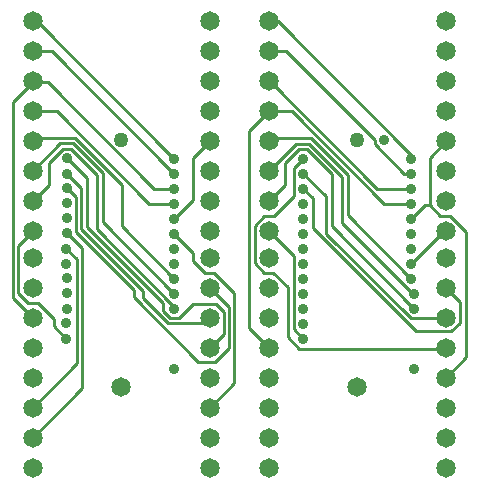
<source format=gbr>
G04 (created by PCBNEW (2013-mar-13)-testing) date Tue 20 Aug 2013 10:34:20 AM PDT*
%MOIN*%
G04 Gerber Fmt 3.4, Leading zero omitted, Abs format*
%FSLAX34Y34*%
G01*
G70*
G90*
G04 APERTURE LIST*
%ADD10C,0.005906*%
%ADD11C,0.065000*%
%ADD12C,0.050000*%
%ADD13C,0.035000*%
%ADD14C,0.010000*%
G04 APERTURE END LIST*
G54D10*
G54D11*
X20669Y-20122D03*
X20669Y-21122D03*
X20669Y-22122D03*
X20669Y-23122D03*
X20669Y-24122D03*
X20669Y-25122D03*
X20669Y-26122D03*
X20669Y-27122D03*
X26574Y-27122D03*
X26574Y-26122D03*
X26574Y-25122D03*
X26574Y-24122D03*
X26574Y-23122D03*
X26574Y-22122D03*
X26574Y-21122D03*
X26574Y-20122D03*
X20669Y-27996D03*
X20669Y-28996D03*
X20669Y-29996D03*
X20669Y-30996D03*
X20669Y-31996D03*
X20669Y-32996D03*
X20669Y-33996D03*
X20669Y-34996D03*
X26574Y-34996D03*
X26574Y-33996D03*
X26574Y-32996D03*
X26574Y-31996D03*
X26574Y-30996D03*
X26574Y-29996D03*
X26574Y-28996D03*
X26574Y-27996D03*
X28543Y-20122D03*
X28543Y-21122D03*
X28543Y-22122D03*
X28543Y-23122D03*
X28543Y-24122D03*
X28543Y-25122D03*
X28543Y-26122D03*
X28543Y-27122D03*
X34448Y-27122D03*
X34448Y-26122D03*
X34448Y-25122D03*
X34448Y-24122D03*
X34448Y-23122D03*
X34448Y-22122D03*
X34448Y-21122D03*
X34448Y-20122D03*
X28543Y-27996D03*
X28543Y-28996D03*
X28543Y-29996D03*
X28543Y-30996D03*
X28543Y-31996D03*
X28543Y-32996D03*
X28543Y-33996D03*
X28543Y-34996D03*
X34448Y-34996D03*
X34448Y-33996D03*
X34448Y-32996D03*
X34448Y-31996D03*
X34448Y-30996D03*
X34448Y-29996D03*
X34448Y-28996D03*
X34448Y-27996D03*
G54D12*
X23622Y-24068D03*
G54D11*
X23622Y-32308D03*
G54D12*
X31496Y-24068D03*
G54D11*
X31496Y-32308D03*
G54D13*
X25400Y-28700D03*
X21800Y-27700D03*
X21811Y-27165D03*
X21811Y-26692D03*
X21811Y-26181D03*
X21811Y-25669D03*
X21811Y-25196D03*
X21811Y-24685D03*
X25400Y-29200D03*
X25400Y-29700D03*
X21800Y-30700D03*
X21800Y-30180D03*
X21820Y-29700D03*
X21820Y-29180D03*
X21820Y-28680D03*
X21800Y-28200D03*
X33300Y-28700D03*
X29700Y-27700D03*
X29700Y-27200D03*
X29700Y-26700D03*
X29700Y-26200D03*
X32373Y-24080D03*
X29700Y-25700D03*
X29700Y-25200D03*
X29700Y-24700D03*
X33400Y-29200D03*
X33400Y-29700D03*
X29700Y-30700D03*
X29700Y-30200D03*
X29700Y-29700D03*
X29700Y-29200D03*
X29700Y-28700D03*
X29700Y-28200D03*
X25400Y-24700D03*
X25400Y-25200D03*
X25400Y-25700D03*
X25400Y-26200D03*
X25400Y-26700D03*
X25400Y-27200D03*
X25400Y-27700D03*
X25400Y-28200D03*
X33300Y-24700D03*
X33300Y-25200D03*
X33300Y-25700D03*
X33300Y-26200D03*
X33300Y-26700D03*
X33300Y-27200D03*
X33300Y-27700D03*
X33300Y-28200D03*
X25400Y-31700D03*
X33400Y-31700D03*
G54D14*
X20794Y-23997D02*
X20669Y-24122D01*
X22088Y-23997D02*
X20794Y-23997D01*
X23658Y-25567D02*
X22088Y-23997D01*
X23658Y-26958D02*
X23658Y-25567D01*
X25400Y-28700D02*
X23658Y-26958D01*
X22145Y-31520D02*
X20669Y-32996D01*
X22145Y-28045D02*
X22145Y-31520D01*
X21800Y-27700D02*
X22145Y-28045D01*
X22325Y-27679D02*
X21811Y-27165D01*
X22325Y-32339D02*
X22325Y-27679D01*
X20669Y-33996D02*
X22325Y-32339D01*
X27214Y-29635D02*
X26574Y-28996D01*
X27214Y-31003D02*
X27214Y-29635D01*
X26757Y-31461D02*
X27214Y-31003D01*
X26192Y-31461D02*
X26757Y-31461D01*
X24050Y-29318D02*
X26192Y-31461D01*
X24050Y-29064D02*
X24050Y-29318D01*
X22116Y-27130D02*
X24050Y-29064D01*
X22116Y-25974D02*
X22116Y-27130D01*
X21811Y-25669D02*
X22116Y-25974D01*
X26381Y-30189D02*
X26574Y-29996D01*
X25175Y-30189D02*
X26381Y-30189D01*
X24335Y-29349D02*
X25175Y-30189D01*
X24335Y-29094D02*
X24335Y-29349D01*
X22296Y-27055D02*
X24335Y-29094D01*
X22296Y-25682D02*
X22296Y-27055D01*
X21811Y-25196D02*
X22296Y-25682D01*
X27034Y-30536D02*
X26574Y-30996D01*
X27034Y-29796D02*
X27034Y-30536D01*
X26775Y-29538D02*
X27034Y-29796D01*
X26006Y-29538D02*
X26775Y-29538D01*
X25540Y-30005D02*
X26006Y-29538D01*
X25246Y-30005D02*
X25540Y-30005D01*
X25007Y-29766D02*
X25246Y-30005D01*
X25007Y-29511D02*
X25007Y-29766D01*
X22476Y-26980D02*
X25007Y-29511D01*
X22476Y-25350D02*
X22476Y-26980D01*
X21811Y-24685D02*
X22476Y-25350D01*
X21599Y-24191D02*
X20669Y-25122D01*
X22027Y-24191D02*
X21599Y-24191D01*
X23016Y-25180D02*
X22027Y-24191D01*
X23016Y-26816D02*
X23016Y-25180D01*
X25400Y-29200D02*
X23016Y-26816D01*
X21214Y-25577D02*
X20669Y-26122D01*
X21214Y-24831D02*
X21214Y-25577D01*
X21670Y-24375D02*
X21214Y-24831D01*
X21944Y-24375D02*
X21670Y-24375D01*
X22809Y-25239D02*
X21944Y-24375D01*
X22809Y-27058D02*
X22809Y-25239D01*
X25400Y-29649D02*
X22809Y-27058D01*
X25400Y-29700D02*
X25400Y-29649D01*
X20194Y-27596D02*
X20669Y-27122D01*
X20194Y-29168D02*
X20194Y-27596D01*
X20522Y-29496D02*
X20194Y-29168D01*
X20843Y-29496D02*
X20522Y-29496D01*
X21387Y-30040D02*
X20843Y-29496D01*
X21387Y-30287D02*
X21387Y-30040D01*
X21800Y-30700D02*
X21387Y-30287D01*
X28644Y-24021D02*
X28543Y-24122D01*
X29964Y-24021D02*
X28644Y-24021D01*
X31175Y-25232D02*
X29964Y-24021D01*
X31175Y-26575D02*
X31175Y-25232D01*
X33300Y-28700D02*
X31175Y-26575D01*
X34920Y-29467D02*
X34448Y-28996D01*
X34920Y-30169D02*
X34920Y-29467D01*
X34630Y-30459D02*
X34920Y-30169D01*
X33457Y-30459D02*
X34630Y-30459D01*
X30005Y-27007D02*
X33457Y-30459D01*
X30005Y-26005D02*
X30005Y-27007D01*
X29700Y-25700D02*
X30005Y-26005D01*
X34427Y-30017D02*
X34448Y-29996D01*
X33270Y-30017D02*
X34427Y-30017D01*
X30455Y-27202D02*
X33270Y-30017D01*
X30455Y-25955D02*
X30455Y-27202D01*
X29700Y-25200D02*
X30455Y-25955D01*
X34415Y-31029D02*
X34448Y-30996D01*
X29565Y-31029D02*
X34415Y-31029D01*
X29177Y-30641D02*
X29565Y-31029D01*
X29177Y-28978D02*
X29177Y-30641D01*
X28695Y-28496D02*
X29177Y-28978D01*
X28392Y-28496D02*
X28695Y-28496D01*
X28078Y-28182D02*
X28392Y-28496D01*
X28078Y-26941D02*
X28078Y-28182D01*
X28398Y-26622D02*
X28078Y-26941D01*
X28703Y-26622D02*
X28398Y-26622D01*
X29394Y-25930D02*
X28703Y-26622D01*
X29394Y-25005D02*
X29394Y-25930D01*
X29700Y-24700D02*
X29394Y-25005D01*
X29464Y-24201D02*
X28543Y-25122D01*
X29889Y-24201D02*
X29464Y-24201D01*
X30995Y-25307D02*
X29889Y-24201D01*
X30995Y-26830D02*
X30995Y-25307D01*
X33364Y-29200D02*
X30995Y-26830D01*
X33400Y-29200D02*
X33364Y-29200D01*
X30651Y-26951D02*
X33400Y-29700D01*
X30651Y-25218D02*
X30651Y-26951D01*
X29824Y-24391D02*
X30651Y-25218D01*
X29552Y-24391D02*
X29824Y-24391D01*
X29088Y-24856D02*
X29552Y-24391D01*
X29088Y-25577D02*
X29088Y-24856D01*
X28543Y-26122D02*
X29088Y-25577D01*
X29378Y-30378D02*
X29700Y-30700D01*
X29378Y-27957D02*
X29378Y-30378D01*
X28543Y-27122D02*
X29378Y-27957D01*
X20822Y-20122D02*
X20669Y-20122D01*
X25400Y-24700D02*
X20822Y-20122D01*
X21322Y-21122D02*
X20669Y-21122D01*
X25400Y-25200D02*
X21322Y-21122D01*
X20669Y-22159D02*
X20669Y-22122D01*
X21174Y-22159D02*
X20669Y-22159D01*
X24715Y-25700D02*
X21174Y-22159D01*
X25400Y-25700D02*
X24715Y-25700D01*
X20014Y-29341D02*
X20669Y-29996D01*
X20014Y-22813D02*
X20014Y-29341D01*
X20669Y-22159D02*
X20014Y-22813D01*
X21467Y-23122D02*
X20669Y-23122D01*
X24545Y-26200D02*
X21467Y-23122D01*
X25400Y-26200D02*
X24545Y-26200D01*
X26029Y-24666D02*
X26574Y-24122D01*
X26029Y-26070D02*
X26029Y-24666D01*
X25400Y-26700D02*
X26029Y-26070D01*
X27400Y-32170D02*
X26574Y-32996D01*
X27400Y-29170D02*
X27400Y-32170D01*
X26726Y-28496D02*
X27400Y-29170D01*
X26401Y-28496D02*
X26726Y-28496D01*
X26028Y-28122D02*
X26401Y-28496D01*
X26028Y-27828D02*
X26028Y-28122D01*
X25400Y-27200D02*
X26028Y-27828D01*
X28846Y-20122D02*
X28543Y-20122D01*
X33300Y-24575D02*
X28846Y-20122D01*
X33300Y-24700D02*
X33300Y-24575D01*
X33061Y-25200D02*
X33300Y-25200D01*
X32068Y-24207D02*
X33061Y-25200D01*
X32068Y-24087D02*
X32068Y-24207D01*
X29102Y-21122D02*
X32068Y-24087D01*
X28543Y-21122D02*
X29102Y-21122D01*
X28574Y-22122D02*
X28543Y-22122D01*
X32152Y-25700D02*
X28574Y-22122D01*
X33300Y-25700D02*
X32152Y-25700D01*
X29319Y-23122D02*
X28543Y-23122D01*
X32397Y-26200D02*
X29319Y-23122D01*
X33300Y-26200D02*
X32397Y-26200D01*
X27898Y-30351D02*
X28543Y-30996D01*
X27898Y-23766D02*
X27898Y-30351D01*
X28543Y-23122D02*
X27898Y-23766D01*
X33740Y-26259D02*
X33903Y-26259D01*
X33300Y-26700D02*
X33740Y-26259D01*
X34266Y-26622D02*
X33903Y-26259D01*
X34593Y-26622D02*
X34266Y-26622D01*
X35120Y-27149D02*
X34593Y-26622D01*
X35120Y-31324D02*
X35120Y-27149D01*
X34448Y-31996D02*
X35120Y-31324D01*
X33903Y-24666D02*
X34448Y-24122D01*
X33903Y-26259D02*
X33903Y-24666D01*
X34377Y-27122D02*
X34448Y-27122D01*
X33300Y-28200D02*
X34377Y-27122D01*
M02*

</source>
